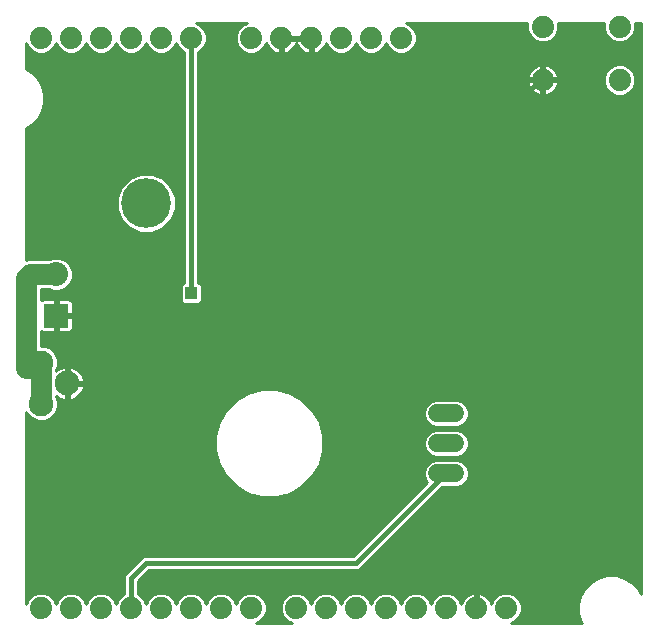
<source format=gbl>
G75*
G70*
%OFA0B0*%
%FSLAX24Y24*%
%IPPOS*%
%LPD*%
%AMOC8*
5,1,8,0,0,1.08239X$1,22.5*
%
%ADD10C,0.0740*%
%ADD11C,0.0600*%
%ADD12C,0.0825*%
%ADD13R,0.0800X0.0800*%
%ADD14C,0.0800*%
%ADD15C,0.0100*%
%ADD16C,0.0160*%
%ADD17R,0.0396X0.0396*%
%ADD18C,0.0700*%
%ADD19C,0.1660*%
D10*
X002161Y001504D03*
X003161Y001504D03*
X004161Y001504D03*
X005161Y001504D03*
X006161Y001504D03*
X007161Y001504D03*
X008161Y001504D03*
X009161Y001504D03*
X010661Y001504D03*
X011661Y001504D03*
X012661Y001504D03*
X013661Y001504D03*
X014661Y001504D03*
X015661Y001504D03*
X016661Y001504D03*
X017661Y001504D03*
X018881Y019114D03*
X018881Y020894D03*
X021441Y020894D03*
X021441Y019114D03*
X014161Y020504D03*
X013161Y020504D03*
X012161Y020504D03*
X011161Y020504D03*
X010161Y020504D03*
X009161Y020504D03*
X007161Y020504D03*
X006161Y020504D03*
X005161Y020504D03*
X004161Y020504D03*
X003161Y020504D03*
X002161Y020504D03*
D11*
X015361Y008004D02*
X015961Y008004D01*
X015961Y007004D02*
X015361Y007004D01*
X015361Y006004D02*
X015961Y006004D01*
D12*
X003031Y009004D03*
X002161Y009694D03*
X002161Y008314D03*
D13*
X002661Y011254D03*
D14*
X002661Y012632D03*
D15*
X001661Y008051D02*
X001661Y001656D01*
X001720Y001798D01*
X001867Y001945D01*
X002058Y002024D01*
X002265Y002024D01*
X002456Y001945D01*
X002602Y001798D01*
X002661Y001656D01*
X002720Y001798D01*
X002867Y001945D01*
X003058Y002024D01*
X003265Y002024D01*
X003456Y001945D01*
X003602Y001798D01*
X003661Y001656D01*
X003720Y001798D01*
X003867Y001945D01*
X004058Y002024D01*
X004265Y002024D01*
X004456Y001945D01*
X004602Y001798D01*
X004661Y001656D01*
X004720Y001798D01*
X004867Y001945D01*
X004931Y001971D01*
X004931Y002409D01*
X004931Y002599D01*
X005431Y003099D01*
X005566Y003234D01*
X012566Y003234D01*
X015030Y005698D01*
X014980Y005749D01*
X014911Y005914D01*
X014911Y006093D01*
X014980Y006259D01*
X015106Y006385D01*
X015272Y006454D01*
X016051Y006454D01*
X016216Y006385D01*
X016343Y006259D01*
X016411Y006093D01*
X016411Y005914D01*
X016343Y005749D01*
X016216Y005622D01*
X016051Y005554D01*
X015536Y005554D01*
X012756Y002774D01*
X012566Y002774D01*
X005756Y002774D01*
X005391Y002409D01*
X005391Y001971D01*
X005456Y001945D01*
X005602Y001798D01*
X005661Y001656D01*
X005720Y001798D01*
X005867Y001945D01*
X006058Y002024D01*
X006265Y002024D01*
X006456Y001945D01*
X006602Y001798D01*
X006661Y001656D01*
X006720Y001798D01*
X006867Y001945D01*
X007058Y002024D01*
X007265Y002024D01*
X007456Y001945D01*
X007602Y001798D01*
X007661Y001656D01*
X007720Y001798D01*
X007867Y001945D01*
X008058Y002024D01*
X008265Y002024D01*
X008456Y001945D01*
X008602Y001798D01*
X008661Y001656D01*
X008720Y001798D01*
X008867Y001945D01*
X009058Y002024D01*
X009265Y002024D01*
X009456Y001945D01*
X009602Y001798D01*
X009681Y001607D01*
X009681Y001400D01*
X009602Y001209D01*
X009456Y001063D01*
X009313Y001004D01*
X010510Y001004D01*
X010367Y001063D01*
X010220Y001209D01*
X010141Y001400D01*
X010141Y001607D01*
X010220Y001798D01*
X010367Y001945D01*
X010558Y002024D01*
X010765Y002024D01*
X010956Y001945D01*
X011102Y001798D01*
X011161Y001656D01*
X011220Y001798D01*
X011367Y001945D01*
X011558Y002024D01*
X011765Y002024D01*
X011956Y001945D01*
X012102Y001798D01*
X012161Y001656D01*
X012220Y001798D01*
X012367Y001945D01*
X012558Y002024D01*
X012765Y002024D01*
X012956Y001945D01*
X013102Y001798D01*
X013161Y001656D01*
X013220Y001798D01*
X013367Y001945D01*
X013558Y002024D01*
X013765Y002024D01*
X013956Y001945D01*
X014102Y001798D01*
X014161Y001656D01*
X014220Y001798D01*
X014367Y001945D01*
X014558Y002024D01*
X014765Y002024D01*
X014956Y001945D01*
X015102Y001798D01*
X015161Y001656D01*
X015220Y001798D01*
X015367Y001945D01*
X015558Y002024D01*
X015765Y002024D01*
X015956Y001945D01*
X016102Y001798D01*
X016163Y001652D01*
X016179Y001704D01*
X016216Y001776D01*
X016265Y001843D01*
X016322Y001901D01*
X016389Y001949D01*
X016462Y001986D01*
X016539Y002011D01*
X016611Y002022D01*
X016611Y001554D01*
X016711Y001554D01*
X016711Y002022D01*
X016783Y002011D01*
X016861Y001986D01*
X016934Y001949D01*
X017000Y001901D01*
X017058Y001843D01*
X017106Y001776D01*
X017143Y001704D01*
X017160Y001652D01*
X017220Y001798D01*
X017367Y001945D01*
X017558Y002024D01*
X017765Y002024D01*
X017956Y001945D01*
X018102Y001798D01*
X018181Y001607D01*
X018181Y001400D01*
X018102Y001209D01*
X017956Y001063D01*
X017813Y001004D01*
X020180Y001004D01*
X020136Y001079D01*
X020061Y001359D01*
X020061Y001649D01*
X020136Y001929D01*
X020281Y002179D01*
X005391Y002179D01*
X005391Y002081D02*
X020224Y002081D01*
X020281Y002179D02*
X020486Y002384D01*
X020737Y002529D01*
X021016Y002604D01*
X021306Y002604D01*
X021586Y002529D01*
X021837Y002384D01*
X022041Y002179D01*
X022161Y001972D01*
X022161Y021004D01*
X021958Y021004D01*
X021961Y020997D01*
X021961Y020790D01*
X021882Y020599D01*
X021736Y020453D01*
X021545Y020374D01*
X021338Y020374D01*
X021147Y020453D01*
X021000Y020599D01*
X020921Y020790D01*
X020921Y020997D01*
X020924Y021004D01*
X019398Y021004D01*
X019401Y020997D01*
X019401Y020790D01*
X019322Y020599D01*
X019176Y020453D01*
X018985Y020374D01*
X018778Y020374D01*
X018587Y020453D01*
X018440Y020599D01*
X018361Y020790D01*
X018361Y020997D01*
X018364Y021004D01*
X014313Y021004D01*
X014456Y020945D01*
X014602Y020798D01*
X014681Y020607D01*
X018437Y020607D01*
X018397Y020705D02*
X014641Y020705D01*
X014681Y020607D02*
X014681Y020400D01*
X014602Y020209D01*
X014456Y020063D01*
X014265Y019984D01*
X014058Y019984D01*
X013867Y020063D01*
X013720Y020209D01*
X013661Y020352D01*
X013602Y020209D01*
X013456Y020063D01*
X013265Y019984D01*
X013058Y019984D01*
X012867Y020063D01*
X012720Y020209D01*
X012661Y020352D01*
X012602Y020209D01*
X012456Y020063D01*
X012265Y019984D01*
X012058Y019984D01*
X011867Y020063D01*
X011720Y020209D01*
X011660Y020356D01*
X011643Y020304D01*
X011606Y020231D01*
X011558Y020165D01*
X011500Y020107D01*
X011434Y020059D01*
X011361Y020022D01*
X011283Y019997D01*
X011211Y019985D01*
X011211Y020454D01*
X011111Y020454D01*
X010680Y020454D01*
X010211Y020454D01*
X010211Y019985D01*
X010283Y019997D01*
X010361Y020022D01*
X010434Y020059D01*
X010500Y020107D01*
X010558Y020165D01*
X010606Y020231D01*
X010643Y020304D01*
X010661Y020360D01*
X010679Y020304D01*
X010716Y020231D01*
X010765Y020165D01*
X010822Y020107D01*
X010889Y020059D01*
X010962Y020022D01*
X011039Y019997D01*
X011111Y019985D01*
X011111Y020454D01*
X011111Y020554D01*
X010680Y020554D01*
X010211Y020554D01*
X010211Y020454D01*
X010111Y020454D01*
X010111Y019985D01*
X010039Y019997D01*
X009962Y020022D01*
X009889Y020059D01*
X009822Y020107D01*
X009765Y020165D01*
X009716Y020231D01*
X009679Y020304D01*
X009663Y020356D01*
X009602Y020209D01*
X009456Y020063D01*
X009265Y019984D01*
X009058Y019984D01*
X008867Y020063D01*
X008720Y020209D01*
X008641Y020400D01*
X008641Y020607D01*
X007681Y020607D01*
X007602Y020798D01*
X007456Y020945D01*
X007313Y021004D01*
X009010Y021004D01*
X008867Y020945D01*
X008720Y020798D01*
X008641Y020607D01*
X008641Y020508D02*
X007681Y020508D01*
X007681Y020410D02*
X008641Y020410D01*
X008678Y020311D02*
X007644Y020311D01*
X007681Y020400D02*
X007602Y020209D01*
X007456Y020063D01*
X007391Y020036D01*
X007391Y012352D01*
X007421Y012352D01*
X007509Y012264D01*
X007509Y011744D01*
X007421Y011656D01*
X006901Y011656D01*
X006813Y011744D01*
X006813Y012264D01*
X006901Y012352D01*
X006931Y012352D01*
X006931Y020036D01*
X006867Y020063D01*
X006720Y020209D01*
X006661Y020352D01*
X006602Y020209D01*
X006456Y020063D01*
X006265Y019984D01*
X006058Y019984D01*
X005867Y020063D01*
X005720Y020209D01*
X005661Y020352D01*
X005602Y020209D01*
X005456Y020063D01*
X005265Y019984D01*
X005058Y019984D01*
X004867Y020063D01*
X004720Y020209D01*
X004661Y020352D01*
X004602Y020209D01*
X004456Y020063D01*
X004265Y019984D01*
X004058Y019984D01*
X003867Y020063D01*
X003720Y020209D01*
X003661Y020352D01*
X003602Y020209D01*
X003456Y020063D01*
X003265Y019984D01*
X003058Y019984D01*
X002867Y020063D01*
X002720Y020209D01*
X002661Y020352D01*
X002602Y020209D01*
X002456Y020063D01*
X002265Y019984D01*
X002058Y019984D01*
X001867Y020063D01*
X001720Y020209D01*
X001661Y020352D01*
X001661Y019485D01*
X001837Y019384D01*
X002041Y019179D01*
X002186Y018929D01*
X002261Y018649D01*
X002261Y018359D01*
X002186Y018079D01*
X002041Y017829D01*
X001837Y017624D01*
X001661Y017522D01*
X001661Y013120D01*
X001690Y013132D01*
X002431Y013132D01*
X002552Y013182D01*
X002771Y013182D01*
X002973Y013098D01*
X003127Y012943D01*
X003211Y012741D01*
X003211Y012522D01*
X003127Y012320D01*
X002973Y012166D01*
X002771Y012082D01*
X002552Y012082D01*
X002431Y012132D01*
X002161Y012132D01*
X002161Y011766D01*
X002169Y011774D01*
X002203Y011794D01*
X002241Y011804D01*
X002611Y011804D01*
X002611Y011304D01*
X002711Y011304D01*
X002711Y011804D01*
X003081Y011804D01*
X003119Y011794D01*
X003153Y011774D01*
X003181Y011746D01*
X003201Y011712D01*
X003211Y011674D01*
X003211Y011304D01*
X002711Y011304D01*
X002711Y011204D01*
X002711Y010704D01*
X003081Y010704D01*
X003119Y010714D01*
X003153Y010734D01*
X003181Y010762D01*
X003201Y010796D01*
X003211Y010834D01*
X003211Y011204D01*
X002711Y011204D01*
X002611Y011204D01*
X002611Y010704D01*
X002241Y010704D01*
X002203Y010714D01*
X002169Y010734D01*
X002161Y010742D01*
X002161Y010256D01*
X002273Y010256D01*
X002480Y010171D01*
X002638Y010013D01*
X002724Y009806D01*
X002724Y009582D01*
X002661Y009431D01*
X002661Y009429D01*
X002665Y009433D01*
X002736Y009485D01*
X002815Y009525D01*
X002899Y009553D01*
X002981Y009566D01*
X002981Y009054D01*
X003081Y009054D01*
X003081Y009566D01*
X003163Y009553D01*
X003247Y009525D01*
X003326Y009485D01*
X003398Y009433D01*
X003460Y009370D01*
X003512Y009299D01*
X003553Y009220D01*
X003580Y009136D01*
X003593Y009054D01*
X003081Y009054D01*
X003081Y008954D01*
X003081Y008442D01*
X003163Y008455D01*
X003247Y008483D01*
X003326Y008523D01*
X003398Y008575D01*
X003460Y008637D01*
X003512Y008709D01*
X003553Y008788D01*
X003580Y008872D01*
X003593Y008954D01*
X003081Y008954D01*
X002981Y008954D01*
X002981Y008442D01*
X002899Y008455D01*
X002815Y008483D01*
X002736Y008523D01*
X002665Y008575D01*
X002661Y008578D01*
X002661Y008577D01*
X002724Y008426D01*
X002724Y008202D01*
X002638Y007995D01*
X002480Y007837D01*
X002273Y007751D01*
X002049Y007751D01*
X001843Y007837D01*
X001684Y007995D01*
X001661Y008051D01*
X001661Y007993D02*
X001686Y007993D01*
X001661Y007895D02*
X001785Y007895D01*
X001661Y007796D02*
X001941Y007796D01*
X001661Y007698D02*
X008084Y007698D01*
X008084Y007699D02*
X007961Y007241D01*
X007961Y006767D01*
X008084Y006309D01*
X008321Y005899D01*
X008656Y005564D01*
X009066Y005327D01*
X009524Y005204D01*
X009998Y005204D01*
X010456Y005327D01*
X010866Y005564D01*
X011202Y005899D01*
X011439Y006309D01*
X011561Y006767D01*
X011561Y007241D01*
X011439Y007699D01*
X011202Y008109D01*
X010866Y008444D01*
X010456Y008681D01*
X009998Y008804D01*
X009524Y008804D01*
X009066Y008681D01*
X008656Y008444D01*
X008321Y008109D01*
X008084Y007699D01*
X008057Y007599D02*
X001661Y007599D01*
X001661Y007501D02*
X008031Y007501D01*
X008004Y007402D02*
X001661Y007402D01*
X001661Y007303D02*
X007978Y007303D01*
X007961Y007205D02*
X001661Y007205D01*
X001661Y007106D02*
X007961Y007106D01*
X007961Y007008D02*
X001661Y007008D01*
X001661Y006909D02*
X007961Y006909D01*
X007961Y006811D02*
X001661Y006811D01*
X001661Y006712D02*
X007976Y006712D01*
X008002Y006614D02*
X001661Y006614D01*
X001661Y006515D02*
X008029Y006515D01*
X008055Y006417D02*
X001661Y006417D01*
X001661Y006318D02*
X008082Y006318D01*
X008136Y006219D02*
X001661Y006219D01*
X001661Y006121D02*
X008193Y006121D01*
X008249Y006022D02*
X001661Y006022D01*
X001661Y005924D02*
X008306Y005924D01*
X008394Y005825D02*
X001661Y005825D01*
X001661Y005727D02*
X008493Y005727D01*
X008591Y005628D02*
X001661Y005628D01*
X001661Y005530D02*
X008715Y005530D01*
X008885Y005431D02*
X001661Y005431D01*
X001661Y005333D02*
X009056Y005333D01*
X009412Y005234D02*
X001661Y005234D01*
X001661Y005135D02*
X014468Y005135D01*
X014369Y005037D02*
X001661Y005037D01*
X001661Y004938D02*
X014271Y004938D01*
X014172Y004840D02*
X001661Y004840D01*
X001661Y004741D02*
X014073Y004741D01*
X013975Y004643D02*
X001661Y004643D01*
X001661Y004544D02*
X013876Y004544D01*
X013778Y004446D02*
X001661Y004446D01*
X001661Y004347D02*
X013679Y004347D01*
X013581Y004249D02*
X001661Y004249D01*
X001661Y004150D02*
X013482Y004150D01*
X013384Y004051D02*
X001661Y004051D01*
X001661Y003953D02*
X013285Y003953D01*
X013187Y003854D02*
X001661Y003854D01*
X001661Y003756D02*
X013088Y003756D01*
X012989Y003657D02*
X001661Y003657D01*
X001661Y003559D02*
X012891Y003559D01*
X012792Y003460D02*
X001661Y003460D01*
X001661Y003362D02*
X012694Y003362D01*
X012595Y003263D02*
X001661Y003263D01*
X001661Y003165D02*
X005497Y003165D01*
X005398Y003066D02*
X001661Y003066D01*
X001661Y002968D02*
X005300Y002968D01*
X005201Y002869D02*
X001661Y002869D01*
X001661Y002770D02*
X005103Y002770D01*
X005004Y002672D02*
X001661Y002672D01*
X001661Y002573D02*
X004931Y002573D01*
X004931Y002475D02*
X001661Y002475D01*
X001661Y002376D02*
X004931Y002376D01*
X004931Y002278D02*
X001661Y002278D01*
X001661Y002179D02*
X004931Y002179D01*
X004931Y002081D02*
X001661Y002081D01*
X001661Y001982D02*
X001957Y001982D01*
X001806Y001884D02*
X001661Y001884D01*
X001661Y001785D02*
X001715Y001785D01*
X001674Y001686D02*
X001661Y001686D01*
X002366Y001982D02*
X002957Y001982D01*
X002806Y001884D02*
X002517Y001884D01*
X002608Y001785D02*
X002715Y001785D01*
X002674Y001686D02*
X002648Y001686D01*
X003366Y001982D02*
X003957Y001982D01*
X003806Y001884D02*
X003517Y001884D01*
X003608Y001785D02*
X003715Y001785D01*
X003674Y001686D02*
X003648Y001686D01*
X004366Y001982D02*
X004931Y001982D01*
X004806Y001884D02*
X004517Y001884D01*
X004608Y001785D02*
X004715Y001785D01*
X004674Y001686D02*
X004648Y001686D01*
X005391Y001982D02*
X005957Y001982D01*
X005806Y001884D02*
X005517Y001884D01*
X005608Y001785D02*
X005715Y001785D01*
X005674Y001686D02*
X005648Y001686D01*
X005391Y002278D02*
X020379Y002278D01*
X020478Y002376D02*
X005391Y002376D01*
X005457Y002475D02*
X020643Y002475D01*
X020902Y002573D02*
X005556Y002573D01*
X005654Y002672D02*
X022161Y002672D01*
X022161Y002770D02*
X005753Y002770D01*
X006366Y001982D02*
X006957Y001982D01*
X006806Y001884D02*
X006517Y001884D01*
X006608Y001785D02*
X006715Y001785D01*
X006674Y001686D02*
X006648Y001686D01*
X007366Y001982D02*
X007957Y001982D01*
X007806Y001884D02*
X007517Y001884D01*
X007608Y001785D02*
X007715Y001785D01*
X007674Y001686D02*
X007648Y001686D01*
X008366Y001982D02*
X008957Y001982D01*
X008806Y001884D02*
X008517Y001884D01*
X008608Y001785D02*
X008715Y001785D01*
X008674Y001686D02*
X008648Y001686D01*
X009366Y001982D02*
X010457Y001982D01*
X010306Y001884D02*
X009517Y001884D01*
X009608Y001785D02*
X010215Y001785D01*
X010174Y001686D02*
X009648Y001686D01*
X009681Y001588D02*
X010141Y001588D01*
X010141Y001489D02*
X009681Y001489D01*
X009677Y001391D02*
X010145Y001391D01*
X010186Y001292D02*
X009636Y001292D01*
X009586Y001194D02*
X010236Y001194D01*
X010335Y001095D02*
X009488Y001095D01*
X010866Y001982D02*
X011457Y001982D01*
X011306Y001884D02*
X011017Y001884D01*
X011108Y001785D02*
X011215Y001785D01*
X011174Y001686D02*
X011148Y001686D01*
X011866Y001982D02*
X012457Y001982D01*
X012306Y001884D02*
X012017Y001884D01*
X012108Y001785D02*
X012215Y001785D01*
X012174Y001686D02*
X012148Y001686D01*
X012866Y001982D02*
X013457Y001982D01*
X013306Y001884D02*
X013017Y001884D01*
X013108Y001785D02*
X013215Y001785D01*
X013174Y001686D02*
X013148Y001686D01*
X013866Y001982D02*
X014457Y001982D01*
X014306Y001884D02*
X014017Y001884D01*
X014108Y001785D02*
X014215Y001785D01*
X014174Y001686D02*
X014148Y001686D01*
X014866Y001982D02*
X015457Y001982D01*
X015306Y001884D02*
X015017Y001884D01*
X015108Y001785D02*
X015215Y001785D01*
X015174Y001686D02*
X015148Y001686D01*
X015866Y001982D02*
X016454Y001982D01*
X016611Y001982D02*
X016711Y001982D01*
X016711Y001884D02*
X016611Y001884D01*
X016611Y001785D02*
X016711Y001785D01*
X016711Y001686D02*
X016611Y001686D01*
X016611Y001588D02*
X016711Y001588D01*
X017017Y001884D02*
X017306Y001884D01*
X017215Y001785D02*
X017100Y001785D01*
X017149Y001686D02*
X017174Y001686D01*
X017457Y001982D02*
X016868Y001982D01*
X016305Y001884D02*
X016017Y001884D01*
X016108Y001785D02*
X016223Y001785D01*
X016174Y001686D02*
X016148Y001686D01*
X017866Y001982D02*
X020167Y001982D01*
X020124Y001884D02*
X018017Y001884D01*
X018108Y001785D02*
X020098Y001785D01*
X020071Y001686D02*
X018148Y001686D01*
X018181Y001588D02*
X020061Y001588D01*
X020061Y001489D02*
X018181Y001489D01*
X018177Y001391D02*
X020061Y001391D01*
X020079Y001292D02*
X018136Y001292D01*
X018086Y001194D02*
X020106Y001194D01*
X020132Y001095D02*
X017988Y001095D01*
X021420Y002573D02*
X022161Y002573D01*
X022161Y002475D02*
X021680Y002475D01*
X021845Y002376D02*
X022161Y002376D01*
X022161Y002278D02*
X021943Y002278D01*
X022042Y002179D02*
X022161Y002179D01*
X022161Y002081D02*
X022098Y002081D01*
X022155Y001982D02*
X022161Y001982D01*
X022161Y002869D02*
X012852Y002869D01*
X012950Y002968D02*
X022161Y002968D01*
X022161Y003066D02*
X013049Y003066D01*
X013147Y003165D02*
X022161Y003165D01*
X022161Y003263D02*
X013246Y003263D01*
X013344Y003362D02*
X022161Y003362D01*
X022161Y003460D02*
X013443Y003460D01*
X013541Y003559D02*
X022161Y003559D01*
X022161Y003657D02*
X013640Y003657D01*
X013738Y003756D02*
X022161Y003756D01*
X022161Y003854D02*
X013837Y003854D01*
X013936Y003953D02*
X022161Y003953D01*
X022161Y004051D02*
X014034Y004051D01*
X014133Y004150D02*
X022161Y004150D01*
X022161Y004249D02*
X014231Y004249D01*
X014330Y004347D02*
X022161Y004347D01*
X022161Y004446D02*
X014428Y004446D01*
X014527Y004544D02*
X022161Y004544D01*
X022161Y004643D02*
X014625Y004643D01*
X014724Y004741D02*
X022161Y004741D01*
X022161Y004840D02*
X014822Y004840D01*
X014921Y004938D02*
X022161Y004938D01*
X022161Y005037D02*
X015019Y005037D01*
X015118Y005135D02*
X022161Y005135D01*
X022161Y005234D02*
X015217Y005234D01*
X015315Y005333D02*
X022161Y005333D01*
X022161Y005431D02*
X015414Y005431D01*
X015512Y005530D02*
X022161Y005530D01*
X022161Y005628D02*
X016222Y005628D01*
X016320Y005727D02*
X022161Y005727D01*
X022161Y005825D02*
X016374Y005825D01*
X016411Y005924D02*
X022161Y005924D01*
X022161Y006022D02*
X016411Y006022D01*
X016400Y006121D02*
X022161Y006121D01*
X022161Y006219D02*
X016359Y006219D01*
X016284Y006318D02*
X022161Y006318D01*
X022161Y006417D02*
X016141Y006417D01*
X016051Y006554D02*
X016216Y006622D01*
X016343Y006749D01*
X016411Y006914D01*
X016411Y007093D01*
X016343Y007259D01*
X016216Y007385D01*
X016051Y007454D01*
X015272Y007454D01*
X015106Y007385D01*
X014980Y007259D01*
X014911Y007093D01*
X014911Y006914D01*
X014980Y006749D01*
X015106Y006622D01*
X015272Y006554D01*
X016051Y006554D01*
X016195Y006614D02*
X022161Y006614D01*
X022161Y006712D02*
X016306Y006712D01*
X016368Y006811D02*
X022161Y006811D01*
X022161Y006909D02*
X016409Y006909D01*
X016411Y007008D02*
X022161Y007008D01*
X022161Y007106D02*
X016406Y007106D01*
X016365Y007205D02*
X022161Y007205D01*
X022161Y007303D02*
X016298Y007303D01*
X016176Y007402D02*
X022161Y007402D01*
X022161Y007501D02*
X011492Y007501D01*
X011465Y007599D02*
X015163Y007599D01*
X015106Y007622D02*
X015272Y007554D01*
X016051Y007554D01*
X016216Y007622D01*
X016343Y007749D01*
X016411Y007914D01*
X016411Y008093D01*
X016343Y008259D01*
X016216Y008385D01*
X016051Y008454D01*
X015272Y008454D01*
X015106Y008385D01*
X014980Y008259D01*
X014911Y008093D01*
X014911Y007914D01*
X014980Y007749D01*
X015106Y007622D01*
X015031Y007698D02*
X011439Y007698D01*
X011382Y007796D02*
X014960Y007796D01*
X014919Y007895D02*
X011325Y007895D01*
X011269Y007993D02*
X014911Y007993D01*
X014911Y008092D02*
X011212Y008092D01*
X011120Y008190D02*
X014951Y008190D01*
X015010Y008289D02*
X011022Y008289D01*
X010923Y008387D02*
X015111Y008387D01*
X015146Y007402D02*
X011518Y007402D01*
X011544Y007303D02*
X015024Y007303D01*
X014957Y007205D02*
X011561Y007205D01*
X011561Y007106D02*
X014917Y007106D01*
X014911Y007008D02*
X011561Y007008D01*
X011561Y006909D02*
X014913Y006909D01*
X014954Y006811D02*
X011561Y006811D01*
X011547Y006712D02*
X015017Y006712D01*
X015128Y006614D02*
X011520Y006614D01*
X011494Y006515D02*
X022161Y006515D01*
X022161Y007599D02*
X016160Y007599D01*
X016291Y007698D02*
X022161Y007698D01*
X022161Y007796D02*
X016362Y007796D01*
X016403Y007895D02*
X022161Y007895D01*
X022161Y007993D02*
X016411Y007993D01*
X016411Y008092D02*
X022161Y008092D01*
X022161Y008190D02*
X016371Y008190D01*
X016313Y008289D02*
X022161Y008289D01*
X022161Y008387D02*
X016211Y008387D01*
X015182Y006417D02*
X011467Y006417D01*
X011441Y006318D02*
X015039Y006318D01*
X014963Y006219D02*
X011387Y006219D01*
X011330Y006121D02*
X014923Y006121D01*
X014911Y006022D02*
X011273Y006022D01*
X011216Y005924D02*
X014911Y005924D01*
X014948Y005825D02*
X011128Y005825D01*
X011030Y005727D02*
X015002Y005727D01*
X014960Y005628D02*
X010931Y005628D01*
X010808Y005530D02*
X014862Y005530D01*
X014763Y005431D02*
X010637Y005431D01*
X010466Y005333D02*
X014665Y005333D01*
X014566Y005234D02*
X010110Y005234D01*
X008140Y007796D02*
X002381Y007796D01*
X002538Y007895D02*
X008197Y007895D01*
X008254Y007993D02*
X002636Y007993D01*
X002678Y008092D02*
X008311Y008092D01*
X008402Y008190D02*
X002719Y008190D01*
X002724Y008289D02*
X008501Y008289D01*
X008599Y008387D02*
X002724Y008387D01*
X002699Y008486D02*
X002809Y008486D01*
X002981Y008486D02*
X003081Y008486D01*
X003081Y008584D02*
X002981Y008584D01*
X002981Y008683D02*
X003081Y008683D01*
X003081Y008782D02*
X002981Y008782D01*
X002981Y008880D02*
X003081Y008880D01*
X003081Y008979D02*
X022161Y008979D01*
X022161Y009077D02*
X003589Y009077D01*
X003567Y009176D02*
X022161Y009176D01*
X022161Y009274D02*
X003525Y009274D01*
X003458Y009373D02*
X022161Y009373D01*
X022161Y009471D02*
X003345Y009471D01*
X003081Y009471D02*
X002981Y009471D01*
X002981Y009373D02*
X003081Y009373D01*
X003081Y009274D02*
X002981Y009274D01*
X002981Y009176D02*
X003081Y009176D01*
X003081Y009077D02*
X002981Y009077D01*
X002718Y009471D02*
X002678Y009471D01*
X002719Y009570D02*
X022161Y009570D01*
X022161Y009668D02*
X002724Y009668D01*
X002724Y009767D02*
X022161Y009767D01*
X022161Y009866D02*
X002699Y009866D01*
X002658Y009964D02*
X022161Y009964D01*
X022161Y010063D02*
X002588Y010063D01*
X002489Y010161D02*
X022161Y010161D01*
X022161Y010260D02*
X002161Y010260D01*
X002161Y010358D02*
X022161Y010358D01*
X022161Y010457D02*
X002161Y010457D01*
X002161Y010555D02*
X022161Y010555D01*
X022161Y010654D02*
X002161Y010654D01*
X002611Y010752D02*
X002711Y010752D01*
X002711Y010851D02*
X002611Y010851D01*
X002611Y010950D02*
X002711Y010950D01*
X002711Y011048D02*
X002611Y011048D01*
X002611Y011147D02*
X002711Y011147D01*
X002711Y011245D02*
X022161Y011245D01*
X022161Y011147D02*
X003211Y011147D01*
X003211Y011048D02*
X022161Y011048D01*
X022161Y010950D02*
X003211Y010950D01*
X003211Y010851D02*
X022161Y010851D01*
X022161Y010752D02*
X003172Y010752D01*
X003211Y011344D02*
X022161Y011344D01*
X022161Y011442D02*
X003211Y011442D01*
X003211Y011541D02*
X022161Y011541D01*
X022161Y011639D02*
X003211Y011639D01*
X003186Y011738D02*
X006819Y011738D01*
X006813Y011836D02*
X002161Y011836D01*
X002161Y011935D02*
X006813Y011935D01*
X006813Y012034D02*
X002161Y012034D01*
X002611Y011738D02*
X002711Y011738D01*
X002711Y011639D02*
X002611Y011639D01*
X002611Y011541D02*
X002711Y011541D01*
X002711Y011442D02*
X002611Y011442D01*
X002611Y011344D02*
X002711Y011344D01*
X002892Y012132D02*
X006813Y012132D01*
X006813Y012231D02*
X003038Y012231D01*
X003131Y012329D02*
X006878Y012329D01*
X006931Y012428D02*
X003172Y012428D01*
X003211Y012526D02*
X006931Y012526D01*
X006931Y012625D02*
X003211Y012625D01*
X003211Y012723D02*
X006931Y012723D01*
X006931Y012822D02*
X003178Y012822D01*
X003137Y012920D02*
X006931Y012920D01*
X006931Y013019D02*
X003052Y013019D01*
X002926Y013117D02*
X006931Y013117D01*
X006931Y013216D02*
X001661Y013216D01*
X001661Y013315D02*
X006931Y013315D01*
X006931Y013413D02*
X001661Y013413D01*
X001661Y013512D02*
X006931Y013512D01*
X006931Y013610D02*
X001661Y013610D01*
X001661Y013709D02*
X006931Y013709D01*
X006931Y013807D02*
X001661Y013807D01*
X001661Y013906D02*
X006931Y013906D01*
X006931Y014004D02*
X001661Y014004D01*
X001661Y014103D02*
X005276Y014103D01*
X005106Y014173D02*
X005466Y014024D01*
X005856Y014024D01*
X006216Y014173D01*
X006492Y014449D01*
X006641Y014809D01*
X006641Y015199D01*
X006492Y015559D01*
X006216Y015835D01*
X005856Y015984D01*
X005466Y015984D01*
X005106Y015835D01*
X004831Y015559D01*
X004681Y015199D01*
X004681Y014809D01*
X004831Y014449D01*
X005106Y014173D01*
X005078Y014201D02*
X001661Y014201D01*
X001661Y014300D02*
X004979Y014300D01*
X004881Y014399D02*
X001661Y014399D01*
X001661Y014497D02*
X004811Y014497D01*
X004770Y014596D02*
X001661Y014596D01*
X001661Y014694D02*
X004729Y014694D01*
X004688Y014793D02*
X001661Y014793D01*
X001661Y014891D02*
X004681Y014891D01*
X004681Y014990D02*
X001661Y014990D01*
X001661Y015088D02*
X004681Y015088D01*
X004681Y015187D02*
X001661Y015187D01*
X001661Y015285D02*
X004717Y015285D01*
X004758Y015384D02*
X001661Y015384D01*
X001661Y015483D02*
X004799Y015483D01*
X004853Y015581D02*
X001661Y015581D01*
X001661Y015680D02*
X004951Y015680D01*
X005050Y015778D02*
X001661Y015778D01*
X001661Y015877D02*
X005208Y015877D01*
X005446Y015975D02*
X001661Y015975D01*
X001661Y016074D02*
X006931Y016074D01*
X006931Y016172D02*
X001661Y016172D01*
X001661Y016271D02*
X006931Y016271D01*
X006931Y016369D02*
X001661Y016369D01*
X001661Y016468D02*
X006931Y016468D01*
X006931Y016566D02*
X001661Y016566D01*
X001661Y016665D02*
X006931Y016665D01*
X006931Y016764D02*
X001661Y016764D01*
X001661Y016862D02*
X006931Y016862D01*
X006931Y016961D02*
X001661Y016961D01*
X001661Y017059D02*
X006931Y017059D01*
X006931Y017158D02*
X001661Y017158D01*
X001661Y017256D02*
X006931Y017256D01*
X006931Y017355D02*
X001661Y017355D01*
X001661Y017453D02*
X006931Y017453D01*
X006931Y017552D02*
X001712Y017552D01*
X001863Y017650D02*
X006931Y017650D01*
X006931Y017749D02*
X001962Y017749D01*
X002052Y017848D02*
X006931Y017848D01*
X006931Y017946D02*
X002109Y017946D01*
X002166Y018045D02*
X006931Y018045D01*
X006931Y018143D02*
X002203Y018143D01*
X002230Y018242D02*
X006931Y018242D01*
X006931Y018340D02*
X002256Y018340D01*
X002261Y018439D02*
X006931Y018439D01*
X006931Y018537D02*
X002261Y018537D01*
X002261Y018636D02*
X006931Y018636D01*
X006931Y018734D02*
X002238Y018734D01*
X002212Y018833D02*
X006931Y018833D01*
X006931Y018932D02*
X002185Y018932D01*
X002128Y019030D02*
X006931Y019030D01*
X006931Y019129D02*
X002071Y019129D01*
X001994Y019227D02*
X006931Y019227D01*
X006931Y019326D02*
X001895Y019326D01*
X001767Y019424D02*
X006931Y019424D01*
X006931Y019523D02*
X001661Y019523D01*
X001661Y019621D02*
X006931Y019621D01*
X006931Y019720D02*
X001661Y019720D01*
X001661Y019818D02*
X006931Y019818D01*
X006931Y019917D02*
X001661Y019917D01*
X001661Y020016D02*
X001982Y020016D01*
X001816Y020114D02*
X001661Y020114D01*
X001661Y020213D02*
X001719Y020213D01*
X001678Y020311D02*
X001661Y020311D01*
X002341Y020016D02*
X002982Y020016D01*
X002816Y020114D02*
X002507Y020114D01*
X002603Y020213D02*
X002719Y020213D01*
X002678Y020311D02*
X002644Y020311D01*
X003341Y020016D02*
X003982Y020016D01*
X003816Y020114D02*
X003507Y020114D01*
X003603Y020213D02*
X003719Y020213D01*
X003678Y020311D02*
X003644Y020311D01*
X004341Y020016D02*
X004982Y020016D01*
X004816Y020114D02*
X004507Y020114D01*
X004603Y020213D02*
X004719Y020213D01*
X004678Y020311D02*
X004644Y020311D01*
X005341Y020016D02*
X005982Y020016D01*
X005816Y020114D02*
X005507Y020114D01*
X005603Y020213D02*
X005719Y020213D01*
X005678Y020311D02*
X005644Y020311D01*
X006341Y020016D02*
X006931Y020016D01*
X006816Y020114D02*
X006507Y020114D01*
X006603Y020213D02*
X006719Y020213D01*
X006678Y020311D02*
X006644Y020311D01*
X007391Y020016D02*
X008982Y020016D01*
X008816Y020114D02*
X007507Y020114D01*
X007603Y020213D02*
X008719Y020213D01*
X008682Y020705D02*
X007641Y020705D01*
X007681Y020607D02*
X007681Y020400D01*
X007597Y020804D02*
X008726Y020804D01*
X008824Y020902D02*
X007498Y020902D01*
X007320Y021001D02*
X009002Y021001D01*
X009644Y020311D02*
X009677Y020311D01*
X009730Y020213D02*
X009603Y020213D01*
X009507Y020114D02*
X009816Y020114D01*
X009982Y020016D02*
X009341Y020016D01*
X010111Y020016D02*
X010211Y020016D01*
X010211Y020114D02*
X010111Y020114D01*
X010111Y020213D02*
X010211Y020213D01*
X010211Y020311D02*
X010111Y020311D01*
X010111Y020410D02*
X010211Y020410D01*
X010211Y020508D02*
X011111Y020508D01*
X011111Y020410D02*
X011211Y020410D01*
X011211Y020311D02*
X011111Y020311D01*
X011111Y020213D02*
X011211Y020213D01*
X011211Y020114D02*
X011111Y020114D01*
X011111Y020016D02*
X011211Y020016D01*
X011341Y020016D02*
X011982Y020016D01*
X011816Y020114D02*
X011507Y020114D01*
X011592Y020213D02*
X011719Y020213D01*
X011678Y020311D02*
X011645Y020311D01*
X010982Y020016D02*
X010341Y020016D01*
X010507Y020114D02*
X010816Y020114D01*
X010730Y020213D02*
X010592Y020213D01*
X010645Y020311D02*
X010677Y020311D01*
X012341Y020016D02*
X012982Y020016D01*
X012816Y020114D02*
X012507Y020114D01*
X012603Y020213D02*
X012719Y020213D01*
X012678Y020311D02*
X012644Y020311D01*
X013341Y020016D02*
X013982Y020016D01*
X013816Y020114D02*
X013507Y020114D01*
X013603Y020213D02*
X013719Y020213D01*
X013678Y020311D02*
X013644Y020311D01*
X014341Y020016D02*
X022161Y020016D01*
X022161Y020114D02*
X014507Y020114D01*
X014603Y020213D02*
X022161Y020213D01*
X022161Y020311D02*
X014644Y020311D01*
X014681Y020410D02*
X018691Y020410D01*
X018532Y020508D02*
X014681Y020508D01*
X014597Y020804D02*
X018361Y020804D01*
X018361Y020902D02*
X014498Y020902D01*
X014320Y021001D02*
X018363Y021001D01*
X019071Y020410D02*
X021251Y020410D01*
X021092Y020508D02*
X019231Y020508D01*
X019325Y020607D02*
X020997Y020607D01*
X020957Y020705D02*
X019366Y020705D01*
X019401Y020804D02*
X020921Y020804D01*
X020921Y020902D02*
X019401Y020902D01*
X019400Y021001D02*
X020923Y021001D01*
X021631Y020410D02*
X022161Y020410D01*
X022161Y020508D02*
X021791Y020508D01*
X021885Y020607D02*
X022161Y020607D01*
X022161Y020705D02*
X021926Y020705D01*
X021961Y020804D02*
X022161Y020804D01*
X022161Y020902D02*
X021961Y020902D01*
X021960Y021001D02*
X022161Y021001D01*
X022161Y019917D02*
X007391Y019917D01*
X007391Y019818D02*
X022161Y019818D01*
X022161Y019720D02*
X007391Y019720D01*
X007391Y019621D02*
X018761Y019621D01*
X018759Y019621D02*
X018682Y019596D01*
X018609Y019559D01*
X018542Y019511D01*
X018485Y019453D01*
X018436Y019386D01*
X018399Y019314D01*
X018374Y019236D01*
X018363Y019164D01*
X018831Y019164D01*
X018831Y019064D01*
X018363Y019064D01*
X018374Y018992D01*
X018399Y018914D01*
X018436Y018841D01*
X018485Y018775D01*
X018542Y018717D01*
X018609Y018669D01*
X018682Y018632D01*
X018759Y018607D01*
X018831Y018595D01*
X018831Y019064D01*
X018931Y019064D01*
X018931Y018595D01*
X019003Y018607D01*
X019081Y018632D01*
X019154Y018669D01*
X019220Y018717D01*
X019278Y018775D01*
X019326Y018841D01*
X019363Y018914D01*
X019388Y018992D01*
X019400Y019064D01*
X018931Y019064D01*
X018931Y019164D01*
X018831Y019164D01*
X018831Y019632D01*
X018759Y019621D01*
X018831Y019621D02*
X018931Y019621D01*
X018931Y019632D02*
X019003Y019621D01*
X019081Y019596D01*
X019154Y019559D01*
X019220Y019511D01*
X019278Y019453D01*
X019326Y019386D01*
X019363Y019314D01*
X019388Y019236D01*
X019400Y019164D01*
X018931Y019164D01*
X018931Y019632D01*
X019002Y019621D02*
X021308Y019621D01*
X021338Y019634D02*
X021147Y019555D01*
X021000Y019408D01*
X020921Y019217D01*
X020921Y019010D01*
X021000Y018819D01*
X021147Y018673D01*
X021338Y018594D01*
X021545Y018594D01*
X021736Y018673D01*
X021882Y018819D01*
X021961Y019010D01*
X021961Y019217D01*
X021882Y019408D01*
X021736Y019555D01*
X021545Y019634D01*
X021338Y019634D01*
X021575Y019621D02*
X022161Y019621D01*
X022161Y019523D02*
X021768Y019523D01*
X021866Y019424D02*
X022161Y019424D01*
X022161Y019326D02*
X021916Y019326D01*
X021957Y019227D02*
X022161Y019227D01*
X022161Y019129D02*
X021961Y019129D01*
X021961Y019030D02*
X022161Y019030D01*
X022161Y018932D02*
X021929Y018932D01*
X021888Y018833D02*
X022161Y018833D01*
X022161Y018734D02*
X021797Y018734D01*
X021646Y018636D02*
X022161Y018636D01*
X022161Y018537D02*
X007391Y018537D01*
X007391Y018439D02*
X022161Y018439D01*
X022161Y018340D02*
X007391Y018340D01*
X007391Y018242D02*
X022161Y018242D01*
X022161Y018143D02*
X007391Y018143D01*
X007391Y018045D02*
X022161Y018045D01*
X022161Y017946D02*
X007391Y017946D01*
X007391Y017848D02*
X022161Y017848D01*
X022161Y017749D02*
X007391Y017749D01*
X007391Y017650D02*
X022161Y017650D01*
X022161Y017552D02*
X007391Y017552D01*
X007391Y017453D02*
X022161Y017453D01*
X022161Y017355D02*
X007391Y017355D01*
X007391Y017256D02*
X022161Y017256D01*
X022161Y017158D02*
X007391Y017158D01*
X007391Y017059D02*
X022161Y017059D01*
X022161Y016961D02*
X007391Y016961D01*
X007391Y016862D02*
X022161Y016862D01*
X022161Y016764D02*
X007391Y016764D01*
X007391Y016665D02*
X022161Y016665D01*
X022161Y016566D02*
X007391Y016566D01*
X007391Y016468D02*
X022161Y016468D01*
X022161Y016369D02*
X007391Y016369D01*
X007391Y016271D02*
X022161Y016271D01*
X022161Y016172D02*
X007391Y016172D01*
X007391Y016074D02*
X022161Y016074D01*
X022161Y015975D02*
X007391Y015975D01*
X007391Y015877D02*
X022161Y015877D01*
X022161Y015778D02*
X007391Y015778D01*
X007391Y015680D02*
X022161Y015680D01*
X022161Y015581D02*
X007391Y015581D01*
X007391Y015483D02*
X022161Y015483D01*
X022161Y015384D02*
X007391Y015384D01*
X007391Y015285D02*
X022161Y015285D01*
X022161Y015187D02*
X007391Y015187D01*
X007391Y015088D02*
X022161Y015088D01*
X022161Y014990D02*
X007391Y014990D01*
X007391Y014891D02*
X022161Y014891D01*
X022161Y014793D02*
X007391Y014793D01*
X007391Y014694D02*
X022161Y014694D01*
X022161Y014596D02*
X007391Y014596D01*
X007391Y014497D02*
X022161Y014497D01*
X022161Y014399D02*
X007391Y014399D01*
X007391Y014300D02*
X022161Y014300D01*
X022161Y014201D02*
X007391Y014201D01*
X007391Y014103D02*
X022161Y014103D01*
X022161Y014004D02*
X007391Y014004D01*
X007391Y013906D02*
X022161Y013906D01*
X022161Y013807D02*
X007391Y013807D01*
X007391Y013709D02*
X022161Y013709D01*
X022161Y013610D02*
X007391Y013610D01*
X007391Y013512D02*
X022161Y013512D01*
X022161Y013413D02*
X007391Y013413D01*
X007391Y013315D02*
X022161Y013315D01*
X022161Y013216D02*
X007391Y013216D01*
X007391Y013117D02*
X022161Y013117D01*
X022161Y013019D02*
X007391Y013019D01*
X007391Y012920D02*
X022161Y012920D01*
X022161Y012822D02*
X007391Y012822D01*
X007391Y012723D02*
X022161Y012723D01*
X022161Y012625D02*
X007391Y012625D01*
X007391Y012526D02*
X022161Y012526D01*
X022161Y012428D02*
X007391Y012428D01*
X007444Y012329D02*
X022161Y012329D01*
X022161Y012231D02*
X007509Y012231D01*
X007509Y012132D02*
X022161Y012132D01*
X022161Y012034D02*
X007509Y012034D01*
X007509Y011935D02*
X022161Y011935D01*
X022161Y011836D02*
X007509Y011836D01*
X007504Y011738D02*
X022161Y011738D01*
X022161Y008880D02*
X003581Y008880D01*
X003549Y008782D02*
X009441Y008782D01*
X009073Y008683D02*
X003493Y008683D01*
X003407Y008584D02*
X008899Y008584D01*
X008728Y008486D02*
X003254Y008486D01*
X010082Y008782D02*
X022161Y008782D01*
X022161Y008683D02*
X010449Y008683D01*
X010624Y008584D02*
X022161Y008584D01*
X022161Y008486D02*
X010794Y008486D01*
X006931Y014103D02*
X006047Y014103D01*
X006245Y014201D02*
X006931Y014201D01*
X006931Y014300D02*
X006343Y014300D01*
X006442Y014399D02*
X006931Y014399D01*
X006931Y014497D02*
X006512Y014497D01*
X006553Y014596D02*
X006931Y014596D01*
X006931Y014694D02*
X006594Y014694D01*
X006634Y014793D02*
X006931Y014793D01*
X006931Y014891D02*
X006641Y014891D01*
X006641Y014990D02*
X006931Y014990D01*
X006931Y015088D02*
X006641Y015088D01*
X006641Y015187D02*
X006931Y015187D01*
X006931Y015285D02*
X006605Y015285D01*
X006564Y015384D02*
X006931Y015384D01*
X006931Y015483D02*
X006524Y015483D01*
X006470Y015581D02*
X006931Y015581D01*
X006931Y015680D02*
X006371Y015680D01*
X006273Y015778D02*
X006931Y015778D01*
X006931Y015877D02*
X006115Y015877D01*
X005877Y015975D02*
X006931Y015975D01*
X007391Y018636D02*
X018674Y018636D01*
X018831Y018636D02*
X018931Y018636D01*
X018931Y018734D02*
X018831Y018734D01*
X018831Y018833D02*
X018931Y018833D01*
X018931Y018932D02*
X018831Y018932D01*
X018831Y019030D02*
X018931Y019030D01*
X018931Y019129D02*
X020921Y019129D01*
X020925Y019227D02*
X019390Y019227D01*
X019357Y019326D02*
X020966Y019326D01*
X021016Y019424D02*
X019299Y019424D01*
X019203Y019523D02*
X021115Y019523D01*
X020921Y019030D02*
X019394Y019030D01*
X019369Y018932D02*
X020954Y018932D01*
X020995Y018833D02*
X019320Y018833D01*
X019237Y018734D02*
X021085Y018734D01*
X021236Y018636D02*
X019088Y018636D01*
X018831Y019129D02*
X007391Y019129D01*
X007391Y019227D02*
X018373Y019227D01*
X018406Y019326D02*
X007391Y019326D01*
X007391Y019424D02*
X018464Y019424D01*
X018559Y019523D02*
X007391Y019523D01*
X007391Y019030D02*
X018368Y019030D01*
X018394Y018932D02*
X007391Y018932D01*
X007391Y018833D02*
X018443Y018833D01*
X018525Y018734D02*
X007391Y018734D01*
X018831Y019227D02*
X018931Y019227D01*
X018931Y019326D02*
X018831Y019326D01*
X018831Y019424D02*
X018931Y019424D01*
X018931Y019523D02*
X018831Y019523D01*
D16*
X018881Y019114D02*
X015381Y016724D01*
X015161Y016504D01*
X011661Y016504D01*
X011161Y017004D01*
X011161Y020504D01*
X007161Y020504D02*
X007161Y012004D01*
X015661Y006004D02*
X012661Y003004D01*
X005661Y003004D01*
X005161Y002504D01*
X005161Y001504D01*
D17*
X008661Y004504D03*
X007661Y005004D03*
X007661Y006504D03*
X007661Y008004D03*
X007661Y009004D03*
X008661Y009504D03*
X009661Y009504D03*
X010661Y009504D03*
X012161Y009504D03*
X012161Y008504D03*
X012161Y007504D03*
X012161Y006004D03*
X012161Y004504D03*
X010661Y004504D03*
X009661Y004504D03*
X007161Y012004D03*
D18*
X002661Y012632D02*
X001789Y012632D01*
X001661Y012504D01*
X001661Y009504D01*
X002161Y009504D01*
X002161Y008314D01*
X002161Y009504D02*
X002161Y009694D01*
D19*
X005661Y015004D03*
M02*

</source>
